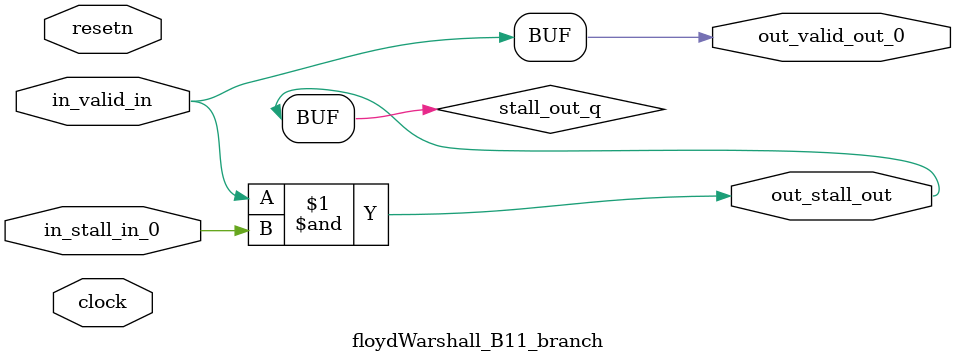
<source format=sv>



(* altera_attribute = "-name AUTO_SHIFT_REGISTER_RECOGNITION OFF; -name MESSAGE_DISABLE 10036; -name MESSAGE_DISABLE 10037; -name MESSAGE_DISABLE 14130; -name MESSAGE_DISABLE 14320; -name MESSAGE_DISABLE 15400; -name MESSAGE_DISABLE 14130; -name MESSAGE_DISABLE 10036; -name MESSAGE_DISABLE 12020; -name MESSAGE_DISABLE 12030; -name MESSAGE_DISABLE 12010; -name MESSAGE_DISABLE 12110; -name MESSAGE_DISABLE 14320; -name MESSAGE_DISABLE 13410; -name MESSAGE_DISABLE 113007; -name MESSAGE_DISABLE 10958" *)
module floydWarshall_B11_branch (
    input wire [0:0] in_stall_in_0,
    input wire [0:0] in_valid_in,
    output wire [0:0] out_stall_out,
    output wire [0:0] out_valid_out_0,
    input wire clock,
    input wire resetn
    );

    wire [0:0] stall_out_q;


    // stall_out(LOGICAL,6)
    assign stall_out_q = in_valid_in & in_stall_in_0;

    // out_stall_out(GPOUT,4)
    assign out_stall_out = stall_out_q;

    // out_valid_out_0(GPOUT,5)
    assign out_valid_out_0 = in_valid_in;

endmodule

</source>
